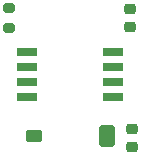
<source format=gbr>
G04 #@! TF.GenerationSoftware,KiCad,Pcbnew,8.0.1*
G04 #@! TF.CreationDate,2025-02-25T21:17:40-07:00*
G04 #@! TF.ProjectId,IRRemote,49525265-6d6f-4746-952e-6b696361645f,rev?*
G04 #@! TF.SameCoordinates,Original*
G04 #@! TF.FileFunction,Paste,Top*
G04 #@! TF.FilePolarity,Positive*
%FSLAX46Y46*%
G04 Gerber Fmt 4.6, Leading zero omitted, Abs format (unit mm)*
G04 Created by KiCad (PCBNEW 8.0.1) date 2025-02-25 21:17:40*
%MOMM*%
%LPD*%
G01*
G04 APERTURE LIST*
G04 Aperture macros list*
%AMRoundRect*
0 Rectangle with rounded corners*
0 $1 Rounding radius*
0 $2 $3 $4 $5 $6 $7 $8 $9 X,Y pos of 4 corners*
0 Add a 4 corners polygon primitive as box body*
4,1,4,$2,$3,$4,$5,$6,$7,$8,$9,$2,$3,0*
0 Add four circle primitives for the rounded corners*
1,1,$1+$1,$2,$3*
1,1,$1+$1,$4,$5*
1,1,$1+$1,$6,$7*
1,1,$1+$1,$8,$9*
0 Add four rect primitives between the rounded corners*
20,1,$1+$1,$2,$3,$4,$5,0*
20,1,$1+$1,$4,$5,$6,$7,0*
20,1,$1+$1,$6,$7,$8,$9,0*
20,1,$1+$1,$8,$9,$2,$3,0*%
G04 Aperture macros list end*
%ADD10RoundRect,0.225000X-0.250000X0.225000X-0.250000X-0.225000X0.250000X-0.225000X0.250000X0.225000X0*%
%ADD11RoundRect,0.162500X-0.487500X-0.787500X0.487500X-0.787500X0.487500X0.787500X-0.487500X0.787500X0*%
%ADD12RoundRect,0.137500X-0.512500X-0.412500X0.512500X-0.412500X0.512500X0.412500X-0.512500X0.412500X0*%
%ADD13RoundRect,0.225000X0.250000X-0.225000X0.250000X0.225000X-0.250000X0.225000X-0.250000X-0.225000X0*%
%ADD14R,1.700000X0.650000*%
%ADD15RoundRect,0.200000X0.275000X-0.200000X0.275000X0.200000X-0.275000X0.200000X-0.275000X-0.200000X0*%
G04 APERTURE END LIST*
D10*
X143710000Y-79330000D03*
X143710000Y-80880000D03*
D11*
X141570000Y-79970000D03*
D12*
X135470000Y-79970000D03*
D13*
X143590000Y-70720000D03*
X143590000Y-69170000D03*
D14*
X134830000Y-72850000D03*
X134830000Y-74120000D03*
X134830000Y-75390000D03*
X134830000Y-76660000D03*
X142130000Y-76660000D03*
X142130000Y-75390000D03*
X142130000Y-74120000D03*
X142130000Y-72850000D03*
D15*
X133310000Y-70800000D03*
X133310000Y-69150000D03*
M02*

</source>
